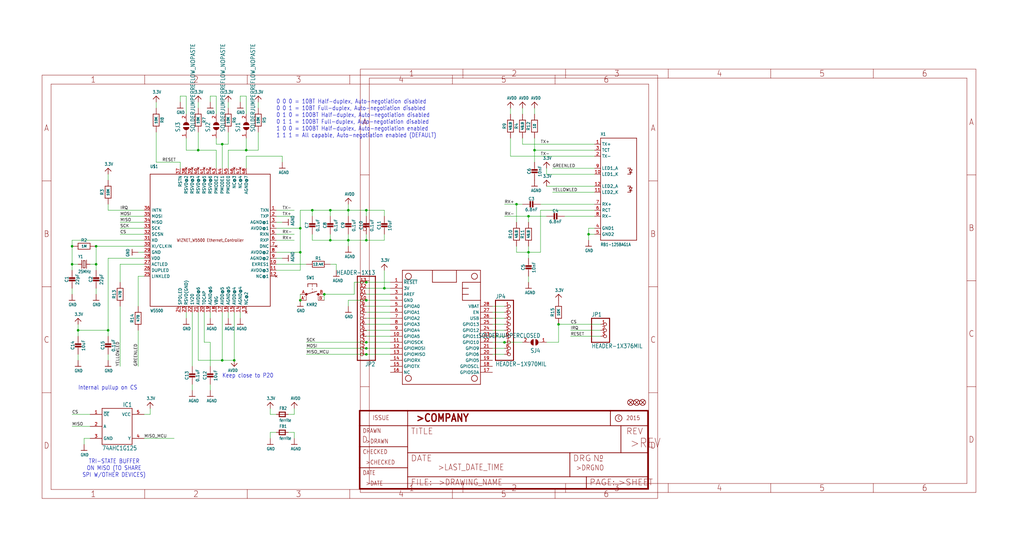
<source format=kicad_sch>
(kicad_sch (version 20211123) (generator eeschema)
  (paper "User" 433.07 230.861)
  (junction (at 223.52 91.44))
  (junction (at 40.64 111.76))
  (junction (at 154.94 101.6))
  (junction (at 33.02 139.7))
  (junction (at 93.98 152.4))
  (junction (at 154.94 147.32))
  (junction (at 40.64 104.14))
  (junction (at 154.94 149.86))
  (junction (at 236.22 137.16))
  (junction (at 223.52 106.68))
  (junction (at 139.7 101.6))
  (junction (at 132.08 88.9))
  (junction (at 127 96.52))
  (junction (at 162.56 121.92))
  (junction (at 154.94 144.78))
  (junction (at 147.32 88.9))
  (junction (at 30.48 111.76))
  (junction (at 99.06 152.4))
  (junction (at 30.48 104.14))
  (junction (at 154.94 88.9))
  (junction (at 139.7 88.9))
  (junction (at 137.16 124.46))
  (junction (at 93.98 60.96))
  (junction (at 83.82 63.5))
  (junction (at 104.14 63.5))
  (junction (at 218.44 86.36))
  (junction (at 213.36 144.78))
  (junction (at 154.94 127))
  (junction (at 248.92 99.06))
  (junction (at 154.94 119.38))
  (junction (at 45.72 139.7))
  (junction (at 226.06 63.5))
  (junction (at 127 127))
  (junction (at 127 106.68))
  (junction (at 147.32 101.6))
  (wire (pts (xy 40.64 121.92) (xy 40.64 124.46)))
  (wire (pts (xy 96.52 63.5) (xy 104.14 63.5)))
  (wire (pts (xy 121.92 175.26) (xy 124.46 175.26)))
  (wire (pts (xy 165.1 127) (xy 154.94 127)))
  (wire (pts (xy 248.92 99.06) (xy 248.92 101.6)))
  (wire (pts (xy 91.44 60.96) (xy 91.44 58.42)))
  (wire (pts (xy 213.36 86.36) (xy 218.44 86.36)))
  (wire (pts (xy 251.46 88.9) (xy 228.6 88.9)))
  (wire (pts (xy 139.7 111.76) (xy 142.24 111.76)))
  (wire (pts (xy 30.48 101.6) (xy 30.48 104.14)))
  (wire (pts (xy 109.22 63.5) (xy 109.22 55.88)))
  (wire (pts (xy 81.28 132.08) (xy 81.28 154.94)))
  (wire (pts (xy 116.84 114.3) (xy 127 114.3)))
  (wire (pts (xy 83.82 152.4) (xy 93.98 152.4)))
  (wire (pts (xy 154.94 127) (xy 147.32 127)))
  (wire (pts (xy 116.84 111.76) (xy 129.54 111.76)))
  (wire (pts (xy 147.32 101.6) (xy 147.32 104.14)))
  (wire (pts (xy 93.98 152.4) (xy 99.06 152.4)))
  (wire (pts (xy 218.44 86.36) (xy 220.98 86.36)))
  (wire (pts (xy 251.46 73.66) (xy 231.14 73.66)))
  (wire (pts (xy 231.14 73.66) (xy 231.14 71.12)))
  (wire (pts (xy 96.52 60.96) (xy 96.52 55.88)))
  (wire (pts (xy 58.42 116.84) (xy 58.42 129.54)))
  (wire (pts (xy 50.8 129.54) (xy 50.8 154.94)))
  (wire (pts (xy 223.52 93.98) (xy 223.52 91.44)))
  (wire (pts (xy 251.46 96.52) (xy 248.92 96.52)))
  (wire (pts (xy 38.1 185.42) (xy 35.56 185.42)))
  (wire (pts (xy 213.36 149.86) (xy 208.28 149.86)))
  (wire (pts (xy 76.2 71.12) (xy 76.2 68.58)))
  (wire (pts (xy 251.46 63.5) (xy 226.06 63.5)))
  (wire (pts (xy 33.02 111.76) (xy 30.48 111.76)))
  (wire (pts (xy 147.32 99.06) (xy 147.32 101.6)))
  (wire (pts (xy 78.74 63.5) (xy 78.74 58.42)))
  (wire (pts (xy 165.1 119.38) (xy 154.94 119.38)))
  (wire (pts (xy 223.52 91.44) (xy 231.14 91.44)))
  (wire (pts (xy 127 124.46) (xy 127 127)))
  (wire (pts (xy 147.32 91.44) (xy 147.32 88.9)))
  (wire (pts (xy 116.84 91.44) (xy 124.46 91.44)))
  (wire (pts (xy 60.96 101.6) (xy 30.48 101.6)))
  (wire (pts (xy 93.98 71.12) (xy 93.98 60.96)))
  (wire (pts (xy 96.52 43.18) (xy 96.52 45.72)))
  (wire (pts (xy 60.96 93.98) (xy 50.8 93.98)))
  (wire (pts (xy 45.72 76.2) (xy 45.72 73.66)))
  (wire (pts (xy 60.96 175.26) (xy 63.5 175.26)))
  (wire (pts (xy 139.7 88.9) (xy 147.32 88.9)))
  (wire (pts (xy 220.98 144.78) (xy 213.36 144.78)))
  (wire (pts (xy 76.2 40.64) (xy 76.2 43.18)))
  (wire (pts (xy 213.36 91.44) (xy 223.52 91.44)))
  (wire (pts (xy 45.72 139.7) (xy 33.02 139.7)))
  (wire (pts (xy 86.36 144.78) (xy 88.9 144.78)))
  (wire (pts (xy 83.82 63.5) (xy 78.74 63.5)))
  (wire (pts (xy 226.06 63.5) (xy 226.06 58.42)))
  (wire (pts (xy 76.2 68.58) (xy 66.04 68.58)))
  (wire (pts (xy 88.9 162.56) (xy 88.9 165.1)))
  (wire (pts (xy 33.02 139.7) (xy 33.02 142.24)))
  (wire (pts (xy 91.44 63.5) (xy 83.82 63.5)))
  (wire (pts (xy 220.98 60.96) (xy 220.98 58.42)))
  (wire (pts (xy 33.02 149.86) (xy 33.02 152.4)))
  (wire (pts (xy 104.14 40.64) (xy 101.6 40.64)))
  (wire (pts (xy 154.94 99.06) (xy 154.94 101.6)))
  (wire (pts (xy 33.02 137.16) (xy 33.02 139.7)))
  (wire (pts (xy 139.7 99.06) (xy 139.7 101.6)))
  (wire (pts (xy 162.56 114.3) (xy 162.56 121.92)))
  (wire (pts (xy 165.1 147.32) (xy 154.94 147.32)))
  (wire (pts (xy 223.52 106.68) (xy 223.52 109.22)))
  (wire (pts (xy 116.84 175.26) (xy 114.3 175.26)))
  (wire (pts (xy 35.56 185.42) (xy 35.56 187.96)))
  (wire (pts (xy 60.96 185.42) (xy 73.66 185.42)))
  (wire (pts (xy 93.98 60.96) (xy 91.44 60.96)))
  (wire (pts (xy 213.36 134.62) (xy 208.28 134.62)))
  (wire (pts (xy 220.98 48.26) (xy 220.98 45.72)))
  (wire (pts (xy 60.96 99.06) (xy 50.8 99.06)))
  (wire (pts (xy 162.56 88.9) (xy 162.56 91.44)))
  (wire (pts (xy 30.48 121.92) (xy 30.48 124.46)))
  (wire (pts (xy 154.94 91.44) (xy 154.94 88.9)))
  (wire (pts (xy 30.48 180.34) (xy 38.1 180.34)))
  (wire (pts (xy 251.46 99.06) (xy 248.92 99.06)))
  (wire (pts (xy 154.94 88.9) (xy 162.56 88.9)))
  (wire (pts (xy 121.92 182.88) (xy 124.46 182.88)))
  (wire (pts (xy 60.96 111.76) (xy 50.8 111.76)))
  (wire (pts (xy 104.14 66.04) (xy 119.38 66.04)))
  (wire (pts (xy 129.54 149.86) (xy 154.94 149.86)))
  (wire (pts (xy 215.9 66.04) (xy 215.9 58.42)))
  (wire (pts (xy 215.9 66.04) (xy 251.46 66.04)))
  (wire (pts (xy 63.5 175.26) (xy 63.5 172.72)))
  (wire (pts (xy 147.32 88.9) (xy 147.32 86.36)))
  (wire (pts (xy 215.9 48.26) (xy 215.9 45.72)))
  (wire (pts (xy 132.08 88.9) (xy 139.7 88.9)))
  (wire (pts (xy 60.96 116.84) (xy 58.42 116.84)))
  (wire (pts (xy 30.48 175.26) (xy 38.1 175.26)))
  (wire (pts (xy 78.74 134.62) (xy 78.74 132.08)))
  (wire (pts (xy 147.32 127) (xy 147.32 129.54)))
  (wire (pts (xy 114.3 185.42) (xy 114.3 182.88)))
  (wire (pts (xy 154.94 144.78) (xy 129.54 144.78)))
  (wire (pts (xy 58.42 106.68) (xy 60.96 106.68)))
  (wire (pts (xy 147.32 88.9) (xy 154.94 88.9)))
  (wire (pts (xy 127 114.3) (xy 127 106.68)))
  (wire (pts (xy 226.06 68.58) (xy 226.06 63.5)))
  (wire (pts (xy 154.94 149.86) (xy 165.1 149.86)))
  (wire (pts (xy 30.48 111.76) (xy 30.48 104.14)))
  (wire (pts (xy 104.14 58.42) (xy 104.14 63.5)))
  (wire (pts (xy 116.84 101.6) (xy 124.46 101.6)))
  (wire (pts (xy 218.44 93.98) (xy 218.44 86.36)))
  (wire (pts (xy 45.72 109.22) (xy 45.72 139.7)))
  (wire (pts (xy 213.36 142.24) (xy 208.28 142.24)))
  (wire (pts (xy 251.46 81.28) (xy 233.68 81.28)))
  (wire (pts (xy 165.1 137.16) (xy 154.94 137.16)))
  (wire (pts (xy 88.9 144.78) (xy 88.9 154.94)))
  (wire (pts (xy 83.82 63.5) (xy 83.82 55.88)))
  (wire (pts (xy 104.14 71.12) (xy 104.14 66.04)))
  (wire (pts (xy 149.86 119.38) (xy 154.94 119.38)))
  (wire (pts (xy 81.28 162.56) (xy 81.28 165.1)))
  (wire (pts (xy 58.42 139.7) (xy 58.42 154.94)))
  (wire (pts (xy 228.6 106.68) (xy 223.52 106.68)))
  (wire (pts (xy 228.6 88.9) (xy 228.6 106.68)))
  (wire (pts (xy 254 139.7) (xy 241.3 139.7)))
  (wire (pts (xy 83.82 132.08) (xy 83.82 152.4)))
  (wire (pts (xy 238.76 91.44) (xy 251.46 91.44)))
  (wire (pts (xy 165.1 142.24) (xy 154.94 142.24)))
  (wire (pts (xy 165.1 132.08) (xy 154.94 132.08)))
  (wire (pts (xy 83.82 43.18) (xy 83.82 45.72)))
  (wire (pts (xy 91.44 71.12) (xy 91.44 63.5)))
  (wire (pts (xy 104.14 48.26) (xy 104.14 40.64)))
  (wire (pts (xy 137.16 124.46) (xy 149.86 124.46)))
  (wire (pts (xy 124.46 182.88) (xy 124.46 185.42)))
  (wire (pts (xy 165.1 129.54) (xy 154.94 129.54)))
  (wire (pts (xy 139.7 91.44) (xy 139.7 88.9)))
  (wire (pts (xy 165.1 121.92) (xy 162.56 121.92)))
  (wire (pts (xy 231.14 144.78) (xy 236.22 144.78)))
  (wire (pts (xy 165.1 144.78) (xy 154.94 144.78)))
  (wire (pts (xy 109.22 43.18) (xy 109.22 45.72)))
  (wire (pts (xy 38.1 111.76) (xy 40.64 111.76)))
  (wire (pts (xy 30.48 111.76) (xy 30.48 114.3)))
  (wire (pts (xy 149.86 124.46) (xy 149.86 119.38)))
  (wire (pts (xy 165.1 139.7) (xy 154.94 139.7)))
  (wire (pts (xy 165.1 134.62) (xy 154.94 134.62)))
  (wire (pts (xy 88.9 40.64) (xy 88.9 43.18)))
  (wire (pts (xy 213.36 132.08) (xy 208.28 132.08)))
  (wire (pts (xy 40.64 111.76) (xy 40.64 104.14)))
  (wire (pts (xy 60.96 109.22) (xy 45.72 109.22)))
  (wire (pts (xy 165.1 124.46) (xy 154.94 124.46)))
  (wire (pts (xy 154.94 147.32) (xy 129.54 147.32)))
  (wire (pts (xy 226.06 48.26) (xy 226.06 45.72)))
  (wire (pts (xy 213.36 129.54) (xy 208.28 129.54)))
  (wire (pts (xy 213.36 139.7) (xy 208.28 139.7)))
  (wire (pts (xy 60.96 104.14) (xy 40.64 104.14)))
  (wire (pts (xy 91.44 48.26) (xy 91.44 40.64)))
  (wire (pts (xy 114.3 182.88) (xy 116.84 182.88)))
  (wire (pts (xy 114.3 175.26) (xy 114.3 172.72)))
  (wire (pts (xy 254 142.24) (xy 241.3 142.24)))
  (wire (pts (xy 66.04 68.58) (xy 66.04 55.88)))
  (wire (pts (xy 162.56 121.92) (xy 154.94 121.92)))
  (wire (pts (xy 218.44 106.68) (xy 223.52 106.68)))
  (wire (pts (xy 162.56 101.6) (xy 162.56 99.06)))
  (wire (pts (xy 127 88.9) (xy 132.08 88.9)))
  (wire (pts (xy 86.36 132.08) (xy 86.36 144.78)))
  (wire (pts (xy 139.7 101.6) (xy 147.32 101.6)))
  (wire (pts (xy 99.06 132.08) (xy 99.06 152.4)))
  (wire (pts (xy 101.6 134.62) (xy 101.6 132.08)))
  (wire (pts (xy 50.8 111.76) (xy 50.8 119.38)))
  (wire (pts (xy 124.46 175.26) (xy 124.46 172.72)))
  (wire (pts (xy 40.64 111.76) (xy 40.64 114.3)))
  (wire (pts (xy 88.9 134.62) (xy 88.9 132.08)))
  (wire (pts (xy 45.72 88.9) (xy 45.72 86.36)))
  (wire (pts (xy 78.74 48.26) (xy 78.74 40.64)))
  (wire (pts (xy 104.14 63.5) (xy 109.22 63.5)))
  (wire (pts (xy 93.98 132.08) (xy 93.98 152.4)))
  (wire (pts (xy 220.98 60.96) (xy 251.46 60.96)))
  (wire (pts (xy 116.84 99.06) (xy 124.46 99.06)))
  (wire (pts (xy 142.24 111.76) (xy 142.24 114.3)))
  (wire (pts (xy 91.44 40.64) (xy 88.9 40.64)))
  (wire (pts (xy 231.14 78.74) (xy 251.46 78.74)))
  (wire (pts (xy 78.74 40.64) (xy 76.2 40.64)))
  (wire (pts (xy 116.84 96.52) (xy 127 96.52)))
  (wire (pts (xy 119.38 93.98) (xy 116.84 93.98)))
  (wire (pts (xy 116.84 88.9) (xy 124.46 88.9)))
  (wire (pts (xy 137.16 124.46) (xy 137.16 127)))
  (wire (pts (xy 127 96.52) (xy 127 88.9)))
  (wire (pts (xy 119.38 66.04) (xy 119.38 68.58)))
  (wire (pts (xy 60.96 96.52) (xy 50.8 96.52)))
  (wire (pts (xy 101.6 40.64) (xy 101.6 43.18)))
  (wire (pts (xy 154.94 101.6) (xy 162.56 101.6)))
  (wire (pts (xy 116.84 106.68) (xy 127 106.68)))
  (wire (pts (xy 45.72 149.86) (xy 45.72 152.4)))
  (wire (pts (xy 132.08 91.44) (xy 132.08 88.9)))
  (wire (pts (xy 93.98 60.96) (xy 96.52 60.96)))
  (wire (pts (xy 213.36 137.16) (xy 208.28 137.16)))
  (wire (pts (xy 96.52 71.12) (xy 96.52 63.5)))
  (wire (pts (xy 228.6 86.36) (xy 251.46 86.36)))
  (wire (pts (xy 96.52 134.62) (xy 96.52 132.08)))
  (wire (pts (xy 147.32 101.6) (xy 154.94 101.6)))
  (wire (pts (xy 213.36 144.78) (xy 208.28 144.78)))
  (wire (pts (xy 236.22 144.78) (xy 236.22 137.16)))
  (wire (pts (xy 251.46 71.12) (xy 233.68 71.12)))
  (wire (pts (xy 132.08 101.6) (xy 139.7 101.6)))
  (wire (pts (xy 223.52 104.14) (xy 223.52 106.68)))
  (wire (pts (xy 119.38 109.22) (xy 116.84 109.22)))
  (wire (pts (xy 60.96 91.44) (xy 50.8 91.44)))
  (wire (pts (xy 254 137.16) (xy 236.22 137.16)))
  (wire (pts (xy 45.72 88.9) (xy 60.96 88.9)))
  (wire (pts (xy 213.36 147.32) (xy 208.28 147.32)))
  (wire (pts (xy 127 106.68) (xy 127 96.52)))
  (wire (pts (xy 45.72 142.24) (xy 45.72 139.7)))
  (wire (pts (xy 248.92 96.52) (xy 248.92 99.06)))
  (wire (pts (xy 218.44 104.14) (xy 218.44 106.68)))
  (wire (pts (xy 132.08 99.06) (xy 132.08 101.6)))
  (wire (pts (xy 66.04 45.72) (xy 66.04 43.18)))
  (wire (pts (xy 223.52 116.84) (xy 223.52 119.38)))
  (text "TRI-STATE BUFFER\nON MISO (TO SHARE\nSPI W/OTHER DEVICES)" (at 48.26 198.12 0) (effects (font (size 1.778 1.5113))))
  (text "Keep close to P20" (at 93.98 160.02 180) (effects (font (size 1.778 1.5113)) (justify left bottom)))
  (text "Internal pullup on CS" (at 33.02 165.1 180) (effects (font (size 1.778 1.5113)) (justify left bottom)))
  (text "0 0 0 = 10BT Half-duplex, Auto-negotiation disabled\n0 0 1 = 10BT Full-duplex, Auto-negotiation disabled\n0 1 0 = 100BT Half-duplex, Auto-negotiation disabled\n0 1 1 = 100BT Full-duplex, Auto-negotiation disabled\n1 0 0 = 100BT Half-duplex, Auto-negotiation enabled\n1 1 1 = All capable, Auto-negotiation enabled (DEFAULT)" (at 116.84 58.42 0) (effects (font (size 1.778 1.5113)) (justify left bottom)))
  (label "SCK" (at 129.54 144.78 0) (effects (font (size 1.2446 1.2446))))
  (label "TX-" (at 119.38 88.9 0) (effects (font (size 1.2446 1.2446))))
  (label "YELLOWLED" (at 233.68 81.28 0) (effects (font (size 1.2446 1.2446))))
  (label "GREENLED" (at 58.42 154.94 90) (effects (font (size 1.2446 1.2446))))
  (label "RESET" (at 241.3 142.24 0) (effects (font (size 1.2446 1.2446))))
  (label "MISO" (at 50.8 93.98 0) (effects (font (size 1.2446 1.2446))))
  (label "GREENLED" (at 233.68 71.12 0) (effects (font (size 1.2446 1.2446))))
  (label "IRQ" (at 50.8 88.9 0) (effects (font (size 1.2446 1.2446))))
  (label "RX+" (at 213.36 86.36 0) (effects (font (size 1.2446 1.2446))))
  (label "MOSI" (at 50.8 91.44 0) (effects (font (size 1.2446 1.2446))))
  (label "TX-" (at 228.6 66.04 0) (effects (font (size 1.2446 1.2446))))
  (label "RX-" (at 119.38 99.06 0) (effects (font (size 1.2446 1.2446))))
  (label "TX+" (at 119.38 91.44 0) (effects (font (size 1.2446 1.2446))))
  (label "CS" (at 50.8 99.06 0) (effects (font (size 1.2446 1.2446))))
  (label "MISO" (at 30.48 180.34 0) (effects (font (size 1.2446 1.2446))))
  (label "MISO_MCU" (at 129.54 149.86 0) (effects (font (size 1.2446 1.2446))))
  (label "SCK" (at 50.8 96.52 0) (effects (font (size 1.2446 1.2446))))
  (label "RESET" (at 68.58 68.58 0) (effects (font (size 1.2446 1.2446))))
  (label "TX+" (at 228.6 60.96 0) (effects (font (size 1.2446 1.2446))))
  (label "MISO_MCU" (at 60.96 185.42 0) (effects (font (size 1.2446 1.2446))))
  (label "YELLOWLED" (at 50.8 154.94 90) (effects (font (size 1.2446 1.2446))))
  (label "MOSI" (at 129.54 147.32 0) (effects (font (size 1.2446 1.2446))))
  (label "RX-" (at 213.36 91.44 0) (effects (font (size 1.2446 1.2446))))
  (label "CS" (at 30.48 175.26 0) (effects (font (size 1.2446 1.2446))))
  (label "CS" (at 241.3 137.16 0) (effects (font (size 1.2446 1.2446))))
  (label "RX+" (at 119.38 101.6 0) (effects (font (size 1.2446 1.2446))))
  (label "IRQ" (at 241.3 139.7 0) (effects (font (size 1.2446 1.2446))))
  (symbol (lib_id "schematicEagle-eagle-import:CAP_CERAMIC0603_NO") (at 40.64 119.38 0) (unit 1)
    (property "Reference" "C2" (at 38.35 118.13 90))
    (property "Value" "22pF" (at 42.94 118.13 90))
    (property "Footprint" "schematicEagle:0603-NO" (effects hide))
  )
  (symbol (lib_id "schematicEagle-eagle-import:AGND") (at 88.9 137.16 0) (unit 1)
    (property "Reference" "#U$28" (effects hide))
    (property "Value" "AGND" (at 87.376 139.7 0) (effects (font (size 1.27 1.0795)) (justify left bottom)))
    (property "Footprint" "schematicEagle:" (effects hide))
  )
  (symbol (lib_id "schematicEagle-eagle-import:GND") (at 248.92 104.14 0) (unit 1)
    (property "Reference" "#U$21" (effects hide))
    (property "Value" "GND" (at 247.396 106.68 0) (effects (font (size 1.27 1.0795)) (justify left bottom)))
    (property "Footprint" "schematicEagle:" (effects hide))
  )
  (symbol (lib_id "schematicEagle-eagle-import:SOLDERJUMPERREFLOW_NOPASTE") (at 104.14 53.34 90) (unit 1)
    (property "Reference" "SJ1" (at 101.6 55.88 0) (effects (font (size 1.778 1.5113)) (justify left bottom)))
    (property "Value" "SOLDERJUMPERREFLOW_NOPASTE" (at 107.95 55.88 0) (effects (font (size 1.778 1.5113)) (justify left bottom)))
    (property "Footprint" "schematicEagle:SOLDERJUMPER_REFLOW_NOPASTE" (effects hide))
  )
  (symbol (lib_id "schematicEagle-eagle-import:CAP_CERAMIC0805-NOOUTLINE") (at 162.56 96.52 0) (unit 1)
    (property "Reference" "C11" (at 160.27 95.27 90))
    (property "Value" "10uF" (at 164.86 95.27 90))
    (property "Footprint" "schematicEagle:0805-NO" (effects hide))
  )
  (symbol (lib_id "schematicEagle-eagle-import:SWITCH_TACT_SMT4.6X2.8") (at 132.08 124.46 0) (unit 1)
    (property "Reference" "SW1" (at 129.54 118.11 0) (effects (font (size 1.27 1.0795)) (justify left bottom)))
    (property "Value" "KMR2" (at 129.54 129.54 0) (effects (font (size 1.27 1.0795)) (justify left bottom)))
    (property "Footprint" "schematicEagle:BTN_KMR2_4.6X2.8" (effects hide))
  )
  (symbol (lib_id "schematicEagle-eagle-import:FERRITE-0805NO") (at 119.38 182.88 0) (unit 1)
    (property "Reference" "FB1" (at 118.11 180.975 0) (effects (font (size 1.27 1.0795)) (justify left bottom)))
    (property "Value" "ferrite" (at 118.11 186.055 0) (effects (font (size 1.27 1.0795)) (justify left bottom)))
    (property "Footprint" "schematicEagle:0805-NO" (effects hide))
  )
  (symbol (lib_id "schematicEagle-eagle-import:3.3V") (at 83.82 40.64 0) (unit 1)
    (property "Reference" "#U$7" (effects hide))
    (property "Value" "3.3V" (at 82.296 39.624 0) (effects (font (size 1.27 1.0795)) (justify left bottom)))
    (property "Footprint" "schematicEagle:" (effects hide))
  )
  (symbol (lib_id "schematicEagle-eagle-import:CAP_CERAMIC0603_NO") (at 223.52 86.36 270) (unit 1)
    (property "Reference" "C3" (at 224.77 84.07 90))
    (property "Value" "6.8nF" (at 224.77 88.66 90))
    (property "Footprint" "schematicEagle:0603-NO" (effects hide))
  )
  (symbol (lib_id "schematicEagle-eagle-import:FRAME_A4") (at 17.78 210.82 0) (unit 1)
    (property "Reference" "#FRAME1" (effects hide))
    (property "Value" "FRAME_A4" (effects hide))
    (property "Footprint" "schematicEagle:" (effects hide))
  )
  (symbol (lib_id "schematicEagle-eagle-import:AGND") (at 119.38 71.12 0) (unit 1)
    (property "Reference" "#U$13" (effects hide))
    (property "Value" "AGND" (at 117.856 73.66 0) (effects (font (size 1.27 1.0795)) (justify left bottom)))
    (property "Footprint" "schematicEagle:" (effects hide))
  )
  (symbol (lib_id "schematicEagle-eagle-import:3.3V") (at 114.3 170.18 0) (unit 1)
    (property "Reference" "#U$42" (effects hide))
    (property "Value" "3.3V" (at 112.776 169.164 0) (effects (font (size 1.27 1.0795)) (justify left bottom)))
    (property "Footprint" "schematicEagle:" (effects hide))
  )
  (symbol (lib_id "schematicEagle-eagle-import:HEADER-1X13") (at 152.4 134.62 180) (unit 1)
    (property "Reference" "JP2" (at 158.75 153.035 0) (effects (font (size 1.778 1.5113)) (justify left bottom)))
    (property "Value" "HEADER-1X13" (at 158.75 114.3 0) (effects (font (size 1.778 1.5113)) (justify left bottom)))
    (property "Footprint" "schematicEagle:1X13_ROUND_70" (effects hide))
  )
  (symbol (lib_id "schematicEagle-eagle-import:CAP_CERAMIC0603_NO") (at 30.48 119.38 0) (unit 1)
    (property "Reference" "C1" (at 28.19 118.13 90))
    (property "Value" "22pF" (at 32.78 118.13 90))
    (property "Footprint" "schematicEagle:0603-NO" (effects hide))
  )
  (symbol (lib_id "schematicEagle-eagle-import:RESISTOR_0603_NOOUT") (at 58.42 134.62 90) (unit 1)
    (property "Reference" "R14" (at 55.88 134.62 0))
    (property "Value" "470" (at 58.42 134.62 0) (effects (font (size 1.016 1.016) bold)))
    (property "Footprint" "schematicEagle:0603-NO" (effects hide))
  )
  (symbol (lib_id "schematicEagle-eagle-import:AGND") (at 81.28 167.64 0) (unit 1)
    (property "Reference" "#U$30" (effects hide))
    (property "Value" "AGND" (at 79.756 170.18 0) (effects (font (size 1.27 1.0795)) (justify left bottom)))
    (property "Footprint" "schematicEagle:" (effects hide))
  )
  (symbol (lib_id "schematicEagle-eagle-import:GND") (at 147.32 132.08 0) (unit 1)
    (property "Reference" "#U$40" (effects hide))
    (property "Value" "GND" (at 145.796 134.62 0) (effects (font (size 1.27 1.0795)) (justify left bottom)))
    (property "Footprint" "schematicEagle:" (effects hide))
  )
  (symbol (lib_id "schematicEagle-eagle-import:CAP_CERAMIC0603_NO") (at 132.08 96.52 0) (unit 1)
    (property "Reference" "C7" (at 129.79 95.27 90))
    (property "Value" "0.1uF" (at 134.38 95.27 90))
    (property "Footprint" "schematicEagle:0603-NO" (effects hide))
  )
  (symbol (lib_id "schematicEagle-eagle-import:RESISTOR_0603_NOOUT") (at 226.06 53.34 90) (unit 1)
    (property "Reference" "R12" (at 223.52 53.34 0))
    (property "Value" "10" (at 226.06 53.34 0) (effects (font (size 1.016 1.016) bold)))
    (property "Footprint" "schematicEagle:0603-NO" (effects hide))
  )
  (symbol (lib_id "schematicEagle-eagle-import:GND") (at 33.02 154.94 0) (unit 1)
    (property "Reference" "#U$33" (effects hide))
    (property "Value" "GND" (at 31.496 157.48 0) (effects (font (size 1.27 1.0795)) (justify left bottom)))
    (property "Footprint" "schematicEagle:" (effects hide))
  )
  (symbol (lib_id "schematicEagle-eagle-import:GND") (at 78.74 137.16 0) (unit 1)
    (property "Reference" "#U$5" (effects hide))
    (property "Value" "GND" (at 77.216 139.7 0) (effects (font (size 1.27 1.0795)) (justify left bottom)))
    (property "Footprint" "schematicEagle:" (effects hide))
  )
  (symbol (lib_id "schematicEagle-eagle-import:AVDD") (at 215.9 43.18 0) (unit 1)
    (property "Reference" "#U$18" (effects hide))
    (property "Value" "AVDD" (at 214.376 42.164 0) (effects (font (size 1.27 1.0795)) (justify left bottom)))
    (property "Footprint" "schematicEagle:" (effects hide))
  )
  (symbol (lib_id "schematicEagle-eagle-import:AGND") (at 121.92 109.22 90) (unit 1)
    (property "Reference" "#U$25" (effects hide))
    (property "Value" "AGND" (at 124.46 110.744 0) (effects (font (size 1.27 1.0795)) (justify left bottom)))
    (property "Footprint" "schematicEagle:" (effects hide))
  )
  (symbol (lib_id "schematicEagle-eagle-import:CAP_CERAMIC0603_NO") (at 45.72 147.32 0) (unit 1)
    (property "Reference" "C15" (at 43.43 146.07 90))
    (property "Value" "0.1uF" (at 48.02 146.07 90))
    (property "Footprint" "schematicEagle:0603-NO" (effects hide))
  )
  (symbol (lib_id "schematicEagle-eagle-import:GND") (at 40.64 127 0) (unit 1)
    (property "Reference" "#U$4" (effects hide))
    (property "Value" "GND" (at 39.116 129.54 0) (effects (font (size 1.27 1.0795)) (justify left bottom)))
    (property "Footprint" "schematicEagle:" (effects hide))
  )
  (symbol (lib_id "schematicEagle-eagle-import:SOLDERJUMPERREFLOW_NOPASTE") (at 91.44 53.34 90) (unit 1)
    (property "Reference" "SJ2" (at 88.9 55.88 0) (effects (font (size 1.778 1.5113)) (justify left bottom)))
    (property "Value" "SOLDERJUMPERREFLOW_NOPASTE" (at 95.25 55.88 0) (effects (font (size 1.778 1.5113)) (justify left bottom)))
    (property "Footprint" "schematicEagle:SOLDERJUMPER_REFLOW_NOPASTE" (effects hide))
  )
  (symbol (lib_id "schematicEagle-eagle-import:CAP_CERAMIC0603_NO") (at 233.68 91.44 270) (unit 1)
    (property "Reference" "C4" (at 234.93 89.15 90))
    (property "Value" "6.8nF" (at 234.93 93.74 90))
    (property "Footprint" "schematicEagle:0603-NO" (effects hide))
  )
  (symbol (lib_id "schematicEagle-eagle-import:3.3V") (at 66.04 40.64 0) (unit 1)
    (property "Reference" "#U$14" (effects hide))
    (property "Value" "3.3V" (at 64.516 39.624 0) (effects (font (size 1.27 1.0795)) (justify left bottom)))
    (property "Footprint" "schematicEagle:" (effects hide))
  )
  (symbol (lib_id "schematicEagle-eagle-import:CAP_CERAMIC0805-NOOUTLINE") (at 33.02 147.32 0) (unit 1)
    (property "Reference" "C14" (at 30.73 146.07 90))
    (property "Value" "10uF" (at 35.32 146.07 90))
    (property "Footprint" "schematicEagle:0805-NO" (effects hide))
  )
  (symbol (lib_id "schematicEagle-eagle-import:RESISTOR_0603_NOOUT") (at 35.56 104.14 0) (unit 1)
    (property "Reference" "R2" (at 35.56 101.6 0))
    (property "Value" "1M" (at 35.56 104.14 0) (effects (font (size 1.016 1.016) bold)))
    (property "Footprint" "schematicEagle:0603-NO" (effects hide))
  )
  (symbol (lib_id "schematicEagle-eagle-import:RESISTOR_0603_NOOUT") (at 218.44 99.06 90) (unit 1)
    (property "Reference" "R10" (at 215.9 99.06 0))
    (property "Value" "49.9" (at 218.44 99.06 0) (effects (font (size 1.016 1.016) bold)))
    (property "Footprint" "schematicEagle:0603-NO" (effects hide))
  )
  (symbol (lib_id "schematicEagle-eagle-import:RJ45J0026D21BNL") (at 261.62 76.2 0) (unit 1)
    (property "Reference" "X1" (at 254 57.404 0) (effects (font (size 1.27 1.0795)) (justify left bottom)))
    (property "Value" "RB1-125BAG1A" (at 254 104.14 0) (effects (font (size 1.27 1.0795)) (justify left bottom)))
    (property "Footprint" "schematicEagle:RJ45_PULSEJACK" (effects hide))
  )
  (symbol (lib_id "schematicEagle-eagle-import:AVDD") (at 124.46 170.18 0) (unit 1)
    (property "Reference" "#U$41" (effects hide))
    (property "Value" "AVDD" (at 122.936 169.164 0) (effects (font (size 1.27 1.0795)) (justify left bottom)))
    (property "Footprint" "schematicEagle:" (effects hide))
  )
  (symbol (lib_id "schematicEagle-eagle-import:AVDD") (at 220.98 43.18 0) (unit 1)
    (property "Reference" "#U$19" (effects hide))
    (property "Value" "AVDD" (at 219.456 42.164 0) (effects (font (size 1.27 1.0795)) (justify left bottom)))
    (property "Footprint" "schematicEagle:" (effects hide))
  )
  (symbol (lib_id "schematicEagle-eagle-import:GND") (at 45.72 154.94 0) (unit 1)
    (property "Reference" "#U$34" (effects hide))
    (property "Value" "GND" (at 44.196 157.48 0) (effects (font (size 1.27 1.0795)) (justify left bottom)))
    (property "Footprint" "schematicEagle:" (effects hide))
  )
  (symbol (lib_id "schematicEagle-eagle-import:RESISTOR_0603_NOOUT") (at 50.8 124.46 90) (unit 1)
    (property "Reference" "R13" (at 48.26 124.46 0))
    (property "Value" "470" (at 50.8 124.46 0) (effects (font (size 1.016 1.016) bold)))
    (property "Footprint" "schematicEagle:0603-NO" (effects hide))
  )
  (symbol (lib_id "schematicEagle-eagle-import:RESISTOR_0603_NOOUT") (at 134.62 111.76 0) (unit 1)
    (property "Reference" "R1" (at 134.62 109.22 0))
    (property "Value" "12.4K" (at 134.62 111.76 0) (effects (font (size 1.016 1.016) bold)))
    (property "Footprint" "schematicEagle:0603-NO" (effects hide))
  )
  (symbol (lib_id "schematicEagle-eagle-import:74AHC1G125") (at 48.26 180.34 0) (unit 1)
    (property "Reference" "IC1" (at 55.88 170.18 0) (effects (font (size 1.778 1.5113)) (justify right top)))
    (property "Value" "74AHC1G125" (at 43.18 190.5 0) (effects (font (size 1.778 1.5113)) (justify left bottom)))
    (property "Footprint" "schematicEagle:SOT23-5L" (effects hide))
  )
  (symbol (lib_id "schematicEagle-eagle-import:AVDD") (at 226.06 43.18 0) (unit 1)
    (property "Reference" "#U$23" (effects hide))
    (property "Value" "AVDD" (at 224.536 42.164 0) (effects (font (size 1.27 1.0795)) (justify left bottom)))
    (property "Footprint" "schematicEagle:" (effects hide))
  )
  (symbol (lib_id "schematicEagle-eagle-import:CAP_CERAMIC0603_NO") (at 154.94 96.52 0) (unit 1)
    (property "Reference" "C10" (at 152.65 95.27 90))
    (property "Value" "0.1uF" (at 157.24 95.27 90))
    (property "Footprint" "schematicEagle:0603-NO" (effects hide))
  )
  (symbol (lib_id "schematicEagle-eagle-import:SOLDERJUMPERCLOSED") (at 226.06 144.78 180) (unit 1)
    (property "Reference" "SJ4" (at 228.6 147.32 0) (effects (font (size 1.778 1.5113)) (justify left bottom)))
    (property "Value" "SOLDERJUMPERCLOSED" (at 228.6 140.97 0) (effects (font (size 1.778 1.5113)) (justify left bottom)))
    (property "Footprint" "schematicEagle:SOLDERJUMPER_CLOSEDWIRE" (effects hide))
  )
  (symbol (lib_id "schematicEagle-eagle-import:CAP_CERAMIC0805-NOOUTLINE") (at 88.9 160.02 0) (unit 1)
    (property "Reference" "C12" (at 86.61 158.77 90))
    (property "Value" "10uF" (at 91.2 158.77 90))
    (property "Footprint" "schematicEagle:0805-NO" (effects hide))
  )
  (symbol (lib_id "schematicEagle-eagle-import:GND") (at 101.6 45.72 0) (unit 1)
    (property "Reference" "#U$12" (effects hide))
    (property "Value" "GND" (at 100.076 48.26 0) (effects (font (size 1.27 1.0795)) (justify left bottom)))
    (property "Footprint" "schematicEagle:" (effects hide))
  )
  (symbol (lib_id "schematicEagle-eagle-import:RESISTOR_0603_NOOUT") (at 96.52 50.8 270) (unit 1)
    (property "Reference" "R6" (at 99.06 50.8 0))
    (property "Value" "10K" (at 96.52 50.8 0) (effects (font (size 1.016 1.016) bold)))
    (property "Footprint" "schematicEagle:0603-NO" (effects hide))
  )
  (symbol (lib_id "schematicEagle-eagle-import:FIDUCIAL{dblquote}{dblquote}") (at 269.24 170.18 0) (unit 1)
    (property "Reference" "FID2" (effects hide))
    (property "Value" "FIDUCIAL{dblquote}{dblquote}" (effects hide))
    (property "Footprint" "schematicEagle:FIDUCIAL_1MM" (effects hide))
  )
  (symbol (lib_id "schematicEagle-eagle-import:AGND") (at 88.9 167.64 0) (unit 1)
    (property "Reference" "#U$29" (effects hide))
    (property "Value" "AGND" (at 87.376 170.18 0) (effects (font (size 1.27 1.0795)) (justify left bottom)))
    (property "Footprint" "schematicEagle:" (effects hide))
  )
  (symbol (lib_id "schematicEagle-eagle-import:3.3V") (at 45.72 71.12 0) (unit 1)
    (property "Reference" "#U$6" (effects hide))
    (property "Value" "3.3V" (at 44.196 70.104 0) (effects (font (size 1.27 1.0795)) (justify left bottom)))
    (property "Footprint" "schematicEagle:" (effects hide))
  )
  (symbol (lib_id "schematicEagle-eagle-import:AGND") (at 142.24 116.84 0) (unit 1)
    (property "Reference" "#U$2" (effects hide))
    (property "Value" "AGND" (at 140.716 119.38 0) (effects (font (size 1.27 1.0795)) (justify left bottom)))
    (property "Footprint" "schematicEagle:" (effects hide))
  )
  (symbol (lib_id "schematicEagle-eagle-import:AGND") (at 226.06 78.74 0) (unit 1)
    (property "Reference" "#U$22" (effects hide))
    (property "Value" "AGND" (at 224.536 81.28 0) (effects (font (size 1.27 1.0795)) (justify left bottom)))
    (property "Footprint" "schematicEagle:" (effects hide))
  )
  (symbol (lib_id "schematicEagle-eagle-import:RESISTOR_0603_NOOUT") (at 66.04 50.8 270) (unit 1)
    (property "Reference" "R8" (at 68.58 50.8 0))
    (property "Value" "10K" (at 66.04 50.8 0) (effects (font (size 1.016 1.016) bold)))
    (property "Footprint" "schematicEagle:0603-NO" (effects hide))
  )
  (symbol (lib_id "schematicEagle-eagle-import:AGND") (at 96.52 137.16 0) (unit 1)
    (property "Reference" "#U$27" (effects hide))
    (property "Value" "AGND" (at 94.996 139.7 0) (effects (font (size 1.27 1.0795)) (justify left bottom)))
    (property "Footprint" "schematicEagle:" (effects hide))
  )
  (symbol (lib_id "schematicEagle-eagle-import:SOLDERJUMPERREFLOW_NOPASTE") (at 78.74 53.34 90) (unit 1)
    (property "Reference" "SJ3" (at 76.2 55.88 0) (effects (font (size 1.778 1.5113)) (justify left bottom)))
    (property "Value" "SOLDERJUMPERREFLOW_NOPASTE" (at 82.55 55.88 0) (effects (font (size 1.778 1.5113)) (justify left bottom)))
    (property "Footprint" "schematicEagle:SOLDERJUMPER_REFLOW_NOPASTE" (effects hide))
  )
  (symbol (lib_id "schematicEagle-eagle-import:RESISTOR_0603_NOOUT") (at 109.22 50.8 270) (unit 1)
    (property "Reference" "R5" (at 111.76 50.8 0))
    (property "Value" "10K" (at 109.22 50.8 0) (effects (font (size 1.016 1.016) bold)))
    (property "Footprint" "schematicEagle:0603-NO" (effects hide))
  )
  (symbol (lib_id "schematicEagle-eagle-import:3.3V") (at 162.56 111.76 0) (unit 1)
    (property "Reference" "#U$37" (effects hide))
    (property "Value" "3.3V" (at 161.036 110.744 0) (effects (font (size 1.27 1.0795)) (justify left bottom)))
    (property "Footprint" "schematicEagle:" (effects hide))
  )
  (symbol (lib_id "schematicEagle-eagle-import:GND") (at 35.56 190.5 0) (unit 1)
    (property "Reference" "#U$35" (effects hide))
    (property "Value" "GND" (at 34.036 193.04 0) (effects (font (size 1.27 1.0795)) (justify left bottom)))
    (property "Footprint" "schematicEagle:" (effects hide))
  )
  (symbol (lib_id "schematicEagle-eagle-import:GND") (at 88.9 45.72 0) (unit 1)
    (property "Reference" "#U$11" (effects hide))
    (property "Value" "GND" (at 87.376 48.26 0) (effects (font (size 1.27 1.0795)) (justify left bottom)))
    (property "Footprint" "schematicEagle:" (effects hide))
  )
  (symbol (lib_id "schematicEagle-eagle-import:3.3V") (at 236.22 124.46 0) (unit 1)
    (property "Reference" "#U$46" (effects hide))
    (property "Value" "3.3V" (at 234.696 123.444 0) (effects (font (size 1.27 1.0795)) (justify left bottom)))
    (property "Footprint" "schematicEagle:" (effects hide))
  )
  (symbol (lib_id "schematicEagle-eagle-import:RESISTOR_0603_NOOUT") (at 215.9 53.34 90) (unit 1)
    (property "Reference" "R9" (at 213.36 53.34 0))
    (property "Value" "49.9" (at 215.9 53.34 0) (effects (font (size 1.016 1.016) bold)))
    (property "Footprint" "schematicEagle:0603-NO" (effects hide))
  )
  (symbol (lib_id "schematicEagle-eagle-import:GND") (at 127 129.54 0) (unit 1)
    (property "Reference" "#U$47" (effects hide))
    (property "Value" "GND" (at 125.476 132.08 0) (effects (font (size 1.27 1.0795)) (justify left bottom)))
    (property "Footprint" "schematicEagle:" (effects hide))
  )
  (symbol (lib_id "schematicEagle-eagle-import:RESISTOR_0603_NOOUT") (at 220.98 53.34 90) (unit 1)
    (property "Reference" "R4" (at 218.44 53.34 0))
    (property "Value" "49.9" (at 220.98 53.34 0) (effects (font (size 1.016 1.016) bold)))
    (property "Footprint" "schematicEagle:0603-NO" (effects hide))
  )
  (symbol (lib_id "schematicEagle-eagle-import:GND") (at 76.2 45.72 0) (unit 1)
    (property "Reference" "#U$10" (effects hide))
    (property "Value" "GND" (at 74.676 48.26 0) (effects (font (size 1.27 1.0795)) (justify left bottom)))
    (property "Footprint" "schematicEagle:" (effects hide))
  )
  (symbol (lib_id "schematicEagle-eagle-import:RESISTOR_0603_NOOUT") (at 236.22 132.08 90) (unit 1)
    (property "Reference" "R15" (at 233.68 132.08 0))
    (property "Value" "10K" (at 236.22 132.08 0) (effects (font (size 1.016 1.016) bold)))
    (property "Footprint" "schematicEagle:0603-NO" (effects hide))
  )
  (symbol (lib_id "schematicEagle-eagle-import:CAP_CERAMIC0603_NO") (at 81.28 160.02 0) (unit 1)
    (property "Reference" "C13" (at 78.99 158.77 90))
    (property "Value" "0.1uF" (at 83.58 158.77 90))
    (property "Footprint" "schematicEagle:0603-NO" (effects hide))
  )
  (symbol (lib_id "schematicEagle-eagle-import:RESISTOR_0603_NOOUT") (at 223.52 99.06 90) (unit 1)
    (property "Reference" "R11" (at 220.98 99.06 0))
    (property "Value" "49.9" (at 223.52 99.06 0) (effects (font (size 1.016 1.016) bold)))
    (property "Footprint" "schematicEagle:0603-NO" (effects hide))
  )
  (symbol (lib_id "schematicEagle-eagle-import:AGND") (at 101.6 137.16 0) (unit 1)
    (property "Reference" "#U$26" (effects hide))
    (property "Value" "AGND" (at 100.076 139.7 0) (effects (font (size 1.27 1.0795)) (justify left bottom)))
    (property "Footprint" "schematicEagle:" (effects hide))
  )
  (symbol (lib_id "schematicEagle-eagle-import:WIZNET_W5500") (at 88.9 104.14 0) (unit 1)
    (property "Reference" "U$1" (at 63.5 71.12 0) (effects (font (size 1.27 1.0795)) (justify left bottom)))
    (property "Value" "W5500" (at 63.5 132.08 0) (effects (font (size 1.27 1.0795)) (justify left bottom)))
    (property "Footprint" "schematicEagle:LQFP48" (effects hide))
  )
  (symbol (lib_id "schematicEagle-eagle-import:3.3V") (at 231.14 76.2 0) (unit 1)
    (property "Reference" "#U$44" (effects hide))
    (property "Value" "3.3V" (at 229.616 75.184 0) (effects (font (size 1.27 1.0795)) (justify left bottom)))
    (property "Footprint" "schematicEagle:" (effects hide))
  )
  (symbol (lib_id "schematicEagle-eagle-import:FIDUCIAL{dblquote}{dblquote}") (at 271.78 170.18 0) (unit 1)
    (property "Reference" "FID1" (effects hide))
    (property "Value" "FIDUCIAL{dblquote}{dblquote}" (effects hide))
    (property "Footprint" "schematicEagle:FIDUCIAL_1MM" (effects hide))
  )
  (symbol (lib_id "schematicEagle-eagle-import:FEATHERWING_NODIM") (at 170.18 114.3 270) (unit 1)
    (property "Reference" "MS1" (effects hide))
    (property "Value" "FEATHERWING_NODIM" (effects hide))
    (property "Footprint" "schematicEagle:FEATHERWING_NODIM" (effects hide))
  )
  (symbol (lib_id "schematicEagle-eagle-import:CAP_CERAMIC0603_NO") (at 223.52 114.3 0) (unit 1)
    (property "Reference" "C5" (at 221.23 113.05 90))
    (property "Value" "10nF" (at 225.82 113.05 90))
    (property "Footprint" "schematicEagle:0603-NO" (effects hide))
  )
  (symbol (lib_id "schematicEagle-eagle-import:CRYSTAL3.2X2.5") (at 35.56 111.76 0) (unit 1)
    (property "Reference" "Y1" (at 33.02 109.22 0) (effects (font (size 1.27 1.0795)) (justify left bottom)))
    (property "Value" "25MHz" (at 33.02 115.57 0) (effects (font (size 1.27 1.0795)) (justify left bottom)))
    (property "Footprint" "schematicEagle:CRYSTAL_3.2X2.5" (effects hide))
  )
  (symbol (lib_id "schematicEagle-eagle-import:RESISTOR_0603_NOOUT") (at 83.82 50.8 270) (unit 1)
    (property "Reference" "R7" (at 86.36 50.8 0))
    (property "Value" "10K" (at 83.82 50.8 0) (effects (font (size 1.016 1.016) bold)))
    (property "Footprint" "schematicEagle:0603-NO" (effects hide))
  )
  (symbol (lib_id "schematicEagle-eagle-import:GND") (at 114.3 187.96 0) (unit 1)
    (property "Reference" "#U$39" (effects hide))
    (property "Value" "GND" (at 112.776 190.5 0) (effects (font (size 1.27 1.0795)) (justify left bottom)))
    (property "Footprint" "schematicEagle:" (effects hide))
  )
  (symbol (lib_id "schematicEagle-eagle-import:CAP_CERAMIC0603_NO") (at 226.06 73.66 0) (unit 1)
    (property "Reference" "C6" (at 223.77 72.41 90))
    (property "Value" "10nF" (at 228.36 72.41 90))
    (property "Footprint" "schematicEagle:0603-NO" (effects hide))
  )
  (symbol (lib_id "schematicEagle-eagle-import:3.3V") (at 109.22 40.64 0) (unit 1)
    (property "Reference" "#U$9" (effects hide))
    (property "Value" "3.3V" (at 107.696 39.624 0) (effects (font (size 1.27 1.0795)) (justify left bottom)))
    (property "Footprint" "schematicEagle:" (effects hide))
  )
  (symbol (lib_id "schematicEagle-eagle-import:AVDD") (at 147.32 83.82 0) (unit 1)
    (property "Reference" "#U$16" (effects hide))
    (property "Value" "AVDD" (at 145.796 82.804 0) (effects (font (size 1.27 1.0795)) (justify left bottom)))
    (property "Footprint" "schematicEagle:" (effects hide))
  )
  (symbol (lib_id "schematicEagle-eagle-import:FRAME_A4") (at 152.4 208.28 0) (unit 2)
    (property "Reference" "#FRAME1" (effects hide))
    (property "Value" "FRAME_A4" (effects hide))
    (property "Footprint" "schematicEagle:" (effects hide))
  )
  (symbol (lib_id "schematicEagle-eagle-import:HEADER-1X376MIL") (at 256.54 139.7 0) (unit 1)
    (property "Reference" "JP1" (at 250.19 133.985 0) (effects (font (size 1.778 1.5113)) (justify left bottom)))
    (property "Value" "HEADER-1X376MIL" (at 250.19 147.32 0) (effects (font (size 1.778 1.5113)) (justify left bottom)))
    (property "Footprint" "schematicEagle:1X03_ROUND_76" (effects hide))
  )
  (symbol (lib_id "schematicEagle-eagle-import:RESISTOR_0603_NOOUT") (at 45.72 81.28 90) (unit 1)
    (property "Reference" "R3" (at 43.18 81.28 0))
    (property "Value" "10K" (at 45.72 81.28 0) (effects (font (size 1.016 1.016) bold)))
    (property "Footprint" "schematicEagle:0603-NO" (effects hide))
  )
  (symbol (lib_id "schematicEagle-eagle-import:AGND") (at 147.32 106.68 0) (unit 1)
    (property "Reference" "#U$24" (effects hide))
    (property "Value" "AGND" (at 145.796 109.22 0) (effects (font (size 1.27 1.0795)) (justify left bottom)))
    (property "Footprint" "schematicEagle:" (effects hide))
  )
  (symbol (lib_id "schematicEagle-eagle-import:3.3V") (at 63.5 170.18 0) (unit 1)
    (property "Reference" "#U$36" (effects hide))
    (property "Value" "3.3V" (at 61.976 169.164 0) (effects (font (size 1.27 1.0795)) (justify left bottom)))
    (property "Footprint" "schematicEagle:" (effects hide))
  )
  (symbol (lib_id "schematicEagle-eagle-import:CAP_CERAMIC0603_NO") (at 139.7 96.52 0) (unit 1)
    (property "Reference" "C8" (at 137.41 95.27 90))
    (property "Value" "0.1uF" (at 142 95.27 90))
    (property "Footprint" "schematicEagle:0603-NO" (effects hide))
  )
  (symbol (lib_id "schematicEagle-eagle-import:HEADER-1X970MIL") (at 215.9 139.7 0) (unit 1)
    (property "Reference" "JP4" (at 209.55 126.365 0) (effects (font (size 1.778 1.5113)) (justify left bottom)))
    (property "Value" "HEADER-1X970MIL" (at 209.55 154.94 0) (effects (font (size 1.778 1.5113)) (justify left bottom)))
    (property "Footprint" "schematicEagle:1X09_ROUND_70" (effects hide))
  )
  (symbol (lib_id "schematicEagle-eagle-import:CAP_CERAMIC0603_NO") (at 147.32 96.52 0) (unit 1)
    (property "Reference" "C9" (at 145.03 95.27 90))
    (property "Value" "0.1uF" (at 149.62 95.27 90))
    (property "Footprint" "schematicEagle:0603-NO" (effects hide))
  )
  (symbol (lib_id "schematicEagle-eagle-import:GND") (at 30.48 127 0) (unit 1)
    (property "Reference" "#U$3" (effects hide))
    (property "Value" "GND" (at 28.956 129.54 0) (effects (font (size 1.27 1.0795)) (justify left bottom)))
    (property "Footprint" "schematicEagle:" (effects hide))
  )
  (symbol (lib_id "schematicEagle-eagle-import:AVDD") (at 99.06 154.94 180) (unit 1)
    (property "Reference" "#U$17" (effects hide))
    (property "Value" "AVDD" (at 100.584 155.956 0) (effects (font (size 1.27 1.0795)) (justify left bottom)))
    (property "Footprint" "schematicEagle:" (effects hide))
  )
  (symbol (lib_id "schematicEagle-eagle-import:FIDUCIAL{dblquote}{dblquote}") (at 266.7 170.18 0) (unit 1)
    (property "Reference" "FID3" (effects hide))
    (property "Value" "FIDUCIAL{dblquote}{dblquote}" (effects hide))
    (property "Footprint" "schematicEagle:FIDUCIAL_1MM" (effects hide))
  )
  (symbol (lib_id "schematicEagle-eagle-import:AGND") (at 121.92 93.98 90) (unit 1)
    (property "Reference" "#U$15" (effects hide))
    (property "Value" "AGND" (at 124.46 95.504 0) (effects (font (size 1.27 1.0795)) (justify left bottom)))
    (property "Footprint" "schematicEagle:" (effects hide))
  )
  (symbol (lib_id "schematicEagle-eagle-import:3.3V") (at 33.02 134.62 0) (unit 1)
    (property "Reference" "#U$32" (effects hide))
    (property "Value" "3.3V" (at 31.496 133.604 0) (effects (font (size 1.27 1.0795)) (justify left bottom)))
    (property "Footprint" "schematicEagle:" (effects hide))
  )
  (symbol (lib_id "schematicEagle-eagle-import:AGND") (at 124.46 187.96 0) (unit 1)
    (property "Reference" "#U$38" (effects hide))
    (property "Value" "AGND" (at 122.936 190.5 0) (effects (font (size 1.27 1.0795)) (justify left bottom)))
    (property "Footprint" "schematicEagle:" (effects hide))
  )
  (symbol (lib_id "schematicEagle-eagle-import:FERRITE-0805NO") (at 119.38 175.26 0) (unit 1)
    (property "Reference" "FB2" (at 118.11 173.355 0) (effects (font (size 1.27 1.0795)) (justify left bottom)))
    (property "Value" "ferrite" (at 118.11 178.435 0) (effects (font (size 1.27 1.0795)) (justify left bottom)))
    (property "Footprint" "schematicEagle:0805-NO" (effects hide))
  )
  (symbol (lib_id "schematicEagle-eagle-import:GND") (at 55.88 106.68 270) (unit 1)
    (property "Reference" "#U$31" (effects hide))
    (property "Value" "GND" (at 53.34 105.156 0) (effects (font (size 1.27 1.0795)) (justify left bottom)))
    (property "Footprint" "schematicEagle:" (effects hide))
  )
  (symbol (lib_id "schematicEagle-eagle-import:AGND") (at 223.52 121.92 0) (unit 1)
    (property "Reference" "#U$20" (effects hide))
    (property "Value" "AGND" (at 221.996 124.46 0) (effects (font (size 1.27 1.0795)) (justify left bottom)))
    (property "Footprint" "schematicEagle:" (effects hide))
  )
  (symbol (lib_id "schematicEagle-eagle-import:3.3V") (at 231.14 68.58 0) (unit 1)
    (property "Reference" "#U$43" (effects hide))
    (property "Value" "3.3V" (at 229.616 67.564 0) (effects (font (size 1.27 1.0795)) (justify left bottom)))
    (property "Footprint" "schematicEagle:" (effects hide))
  )
  (symbol (lib_id "schematicEagle-eagle-import:3.3V") (at 96.52 40.64 0) (unit 1)
    (property "Reference" "#U$8" (effects hide))
    (property "Value" "3.3V" (at 94.996 39.624 0) (effects (font (size 1.27 1.0795)) (justify left bottom)))
    (property "Footprint" "schematicEagle:" (effects hide))
  )
)
</source>
